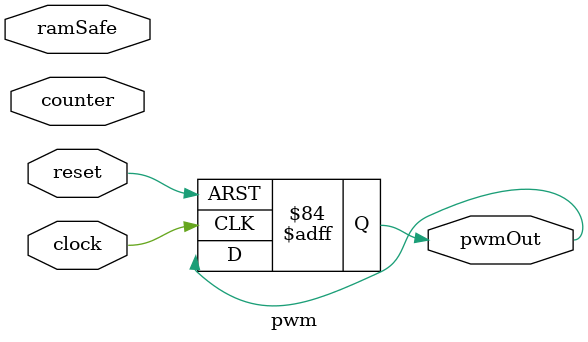
<source format=v>

module pwm (
	clock,
	reset,

	counter,
	ramSafe,

	pwmOut
);


input  clock;
input [15:0] counter;
input  ramSafe;
input  reset;

output  pwmOut;


// ------------------------------
//        Define States          
// ------------------------------

parameter [2:0] CONFIGRAM1 = 3'b10;
parameter [2:0] CONFIGRAM2 = 3'b11;
parameter [2:0] CONFIGRAM3 = 3'b100;
parameter [2:0] CONFIGURE = 3'b01;
parameter [2:0] IDLE = 3'b00;

parameter  newParameter = 1'b1;



// ------------------------------
//        Definitions          
// ------------------------------


wire  clock;
wire [15:0] counter;
wire  ramSafe;
wire  reset;

reg [15:0] onTime;
reg  pwmOut;

reg [4:0] state;
reg [4:0] next;
// ------------------------------
//       Common Code, not used         
// ------------------------------


// ------------------------------
//       Code Block         
// ------------------------------
// hopefully no code block


// ------------------------------
//       Input Buffering         
// ------------------------------



always @ (posedge clock or posedge reset) begin 
	if (reset) begin
	end
	else begin
	end
end


// ------------------------------
//   State Switching Block       
// ------------------------------


always @ (posedge clock or posedge reset) begin
	if (reset)	begin
            state <= 5'b0;
            state[IDLE] <= 1'b1;
	end
	else state <= next;
end



// ------------------------------
//          Input Block         
// ------------------------------


always @ ( state , counter , ramSafe) begin
	next = 5'b0;
	case (1'b1)
		state[CONFIGRAM1]  :  begin
			next[CONFIGRAM2] = 1'b1;
		end
		state[CONFIGRAM2]  :  begin
			next[CONFIGRAM3] = 1'b1;
		end
		state[CONFIGRAM3]  :  begin
			next[IDLE] = 1'b1;
		end
		state[CONFIGURE]  :  begin
			next[CONFIGRAM1] = 1'b1;
		end
		state[IDLE]  :  begin
			if( counter >= 16'hefff && ramSafe == 1'b1 )
				next[CONFIGURE] = 1'b1;
			else 
				next[IDLE] = 1'b1;
		end
	endcase
end      // end of input block


// ------------------------------
//         Output Block          
// ------------------------------



always @ (posedge clock or posedge reset) begin 
	if (reset) begin
		onTime <= 16'b0;
		pwmOut <= 1'b0;
	end
	else begin
		onTime <= onTime;
		pwmOut <= pwmOut;
		case (1'b1)
			state[CONFIGRAM1]  :  begin
			end
			state[CONFIGRAM2]  :  begin
			end
			state[CONFIGRAM3]  :  begin
			end
			state[CONFIGURE]  :  begin
			end
			state[IDLE]  :  begin
			end

		endcase
	end

end      // end of output always block

endmodule      // end of module pwm

</source>
